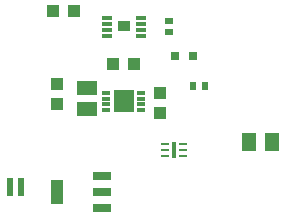
<source format=gbr>
G04 EAGLE Gerber RS-274X export*
G75*
%MOMM*%
%FSLAX34Y34*%
%LPD*%
%INSolderpaste Top*%
%IPPOS*%
%AMOC8*
5,1,8,0,0,1.08239X$1,22.5*%
G01*
%ADD10R,1.020000X0.900000*%
%ADD11C,0.067500*%
%ADD12R,0.700000X0.600000*%
%ADD13R,1.050000X1.080000*%
%ADD14R,0.800000X0.800000*%
%ADD15R,0.600000X0.700000*%
%ADD16R,0.800000X0.300000*%
%ADD17R,1.750000X1.900000*%
%ADD18R,1.080000X1.050000*%
%ADD19R,0.711200X0.254000*%
%ADD20R,0.381000X1.320800*%
%ADD21R,0.560000X1.500000*%
%ADD22R,1.600000X0.800000*%
%ADD23R,1.000000X2.000000*%
%ADD24R,1.300000X1.500000*%
%ADD25R,1.803400X1.155700*%


D10*
X114300Y177800D03*
D11*
X103813Y184287D02*
X96087Y184287D01*
X96087Y186313D01*
X103813Y186313D01*
X103813Y184287D01*
X103813Y184928D02*
X96087Y184928D01*
X96087Y185569D02*
X103813Y185569D01*
X103813Y186210D02*
X96087Y186210D01*
X96087Y179287D02*
X103813Y179287D01*
X96087Y179287D02*
X96087Y181313D01*
X103813Y181313D01*
X103813Y179287D01*
X103813Y179928D02*
X96087Y179928D01*
X96087Y180569D02*
X103813Y180569D01*
X103813Y181210D02*
X96087Y181210D01*
X96087Y174287D02*
X103813Y174287D01*
X96087Y174287D02*
X96087Y176313D01*
X103813Y176313D01*
X103813Y174287D01*
X103813Y174928D02*
X96087Y174928D01*
X96087Y175569D02*
X103813Y175569D01*
X103813Y176210D02*
X96087Y176210D01*
X96087Y169287D02*
X103813Y169287D01*
X96087Y169287D02*
X96087Y171313D01*
X103813Y171313D01*
X103813Y169287D01*
X103813Y169928D02*
X96087Y169928D01*
X96087Y170569D02*
X103813Y170569D01*
X103813Y171210D02*
X96087Y171210D01*
X124787Y169287D02*
X132513Y169287D01*
X124787Y169287D02*
X124787Y171313D01*
X132513Y171313D01*
X132513Y169287D01*
X132513Y169928D02*
X124787Y169928D01*
X124787Y170569D02*
X132513Y170569D01*
X132513Y171210D02*
X124787Y171210D01*
X124787Y174287D02*
X132513Y174287D01*
X124787Y174287D02*
X124787Y176313D01*
X132513Y176313D01*
X132513Y174287D01*
X132513Y174928D02*
X124787Y174928D01*
X124787Y175569D02*
X132513Y175569D01*
X132513Y176210D02*
X124787Y176210D01*
X124787Y179287D02*
X132513Y179287D01*
X124787Y179287D02*
X124787Y181313D01*
X132513Y181313D01*
X132513Y179287D01*
X132513Y179928D02*
X124787Y179928D01*
X124787Y180569D02*
X132513Y180569D01*
X132513Y181210D02*
X124787Y181210D01*
X124787Y184287D02*
X132513Y184287D01*
X124787Y184287D02*
X124787Y186313D01*
X132513Y186313D01*
X132513Y184287D01*
X132513Y184928D02*
X124787Y184928D01*
X124787Y185569D02*
X132513Y185569D01*
X132513Y186210D02*
X124787Y186210D01*
D12*
X152400Y172800D03*
X152400Y182800D03*
D13*
X54750Y190500D03*
X72250Y190500D03*
X105550Y146050D03*
X123050Y146050D03*
D14*
X172600Y152400D03*
X157600Y152400D03*
D15*
X172800Y127000D03*
X182800Y127000D03*
D16*
X99300Y121800D03*
X99300Y116800D03*
X99300Y111800D03*
X99300Y106800D03*
X129300Y106800D03*
X129300Y111800D03*
X129300Y116800D03*
X129300Y121800D03*
D17*
X114300Y114300D03*
D18*
X144780Y121780D03*
X144780Y104280D03*
X57800Y129270D03*
X57800Y111770D03*
D19*
X149527Y78190D03*
X149527Y73190D03*
X149527Y68190D03*
X164513Y68190D03*
X164513Y73190D03*
X164513Y78190D03*
D20*
X157020Y73190D03*
D21*
X27780Y41910D03*
X18180Y41910D03*
D22*
X95790Y24040D03*
X95790Y37540D03*
X95790Y51040D03*
D23*
X57790Y37540D03*
D24*
X239500Y80000D03*
X220500Y80000D03*
D25*
X82870Y125347D03*
X82870Y107694D03*
M02*

</source>
